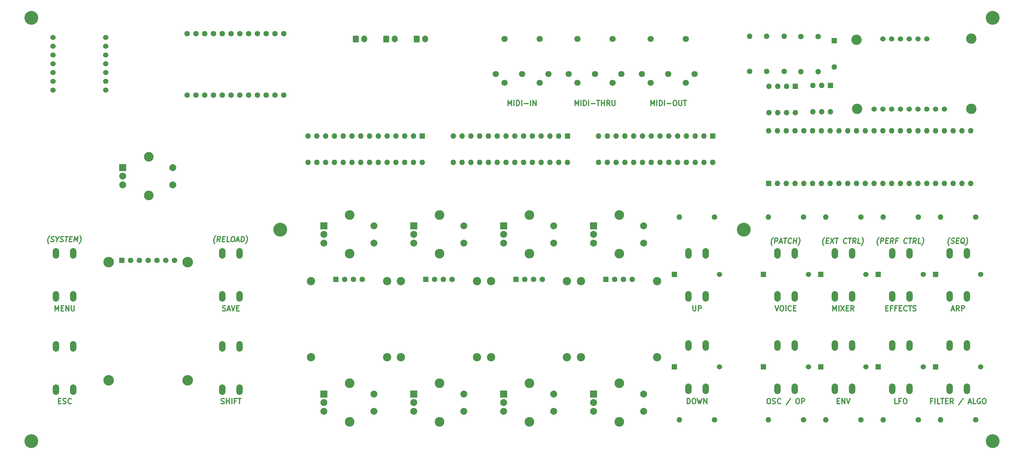
<source format=gbr>
%TF.GenerationSoftware,KiCad,Pcbnew,(5.1.9-0-10_14)*%
%TF.CreationDate,2021-03-17T11:34:05+01:00*%
%TF.ProjectId,xva1-ui,78766131-2d75-4692-9e6b-696361645f70,rev?*%
%TF.SameCoordinates,Original*%
%TF.FileFunction,Soldermask,Top*%
%TF.FilePolarity,Negative*%
%FSLAX46Y46*%
G04 Gerber Fmt 4.6, Leading zero omitted, Abs format (unit mm)*
G04 Created by KiCad (PCBNEW (5.1.9-0-10_14)) date 2021-03-17 11:34:05*
%MOMM*%
%LPD*%
G01*
G04 APERTURE LIST*
%ADD10C,0.300000*%
%ADD11C,4.000000*%
%ADD12O,1.600000X1.600000*%
%ADD13C,1.600000*%
%ADD14C,1.524000*%
%ADD15R,1.524000X1.524000*%
%ADD16O,1.850000X3.048000*%
%ADD17R,2.000000X2.000000*%
%ADD18C,2.000000*%
%ADD19C,2.800000*%
%ADD20C,1.800000*%
%ADD21C,2.400000*%
%ADD22R,1.600000X1.600000*%
%ADD23C,3.000000*%
%ADD24O,1.700000X2.000000*%
%ADD25C,3.048000*%
G04 APERTURE END LIST*
D10*
X15029642Y-89850000D02*
X14967142Y-89778571D01*
X14851071Y-89564285D01*
X14797500Y-89421428D01*
X14752857Y-89207142D01*
X14726071Y-88850000D01*
X14761785Y-88564285D01*
X14877857Y-88207142D01*
X14976071Y-87992857D01*
X15065357Y-87850000D01*
X15235000Y-87635714D01*
X15315357Y-87564285D01*
X15610000Y-89207142D02*
X15815357Y-89278571D01*
X16172500Y-89278571D01*
X16324285Y-89207142D01*
X16404642Y-89135714D01*
X16493928Y-88992857D01*
X16511785Y-88850000D01*
X16458214Y-88707142D01*
X16395714Y-88635714D01*
X16261785Y-88564285D01*
X15985000Y-88492857D01*
X15851071Y-88421428D01*
X15788571Y-88350000D01*
X15735000Y-88207142D01*
X15752857Y-88064285D01*
X15842142Y-87921428D01*
X15922500Y-87850000D01*
X16074285Y-87778571D01*
X16431428Y-87778571D01*
X16636785Y-87850000D01*
X17476071Y-88564285D02*
X17386785Y-89278571D01*
X17074285Y-87778571D02*
X17476071Y-88564285D01*
X18074285Y-87778571D01*
X18324285Y-89207142D02*
X18529642Y-89278571D01*
X18886785Y-89278571D01*
X19038571Y-89207142D01*
X19118928Y-89135714D01*
X19208214Y-88992857D01*
X19226071Y-88850000D01*
X19172500Y-88707142D01*
X19110000Y-88635714D01*
X18976071Y-88564285D01*
X18699285Y-88492857D01*
X18565357Y-88421428D01*
X18502857Y-88350000D01*
X18449285Y-88207142D01*
X18467142Y-88064285D01*
X18556428Y-87921428D01*
X18636785Y-87850000D01*
X18788571Y-87778571D01*
X19145714Y-87778571D01*
X19351071Y-87850000D01*
X19788571Y-87778571D02*
X20645714Y-87778571D01*
X20029642Y-89278571D02*
X20217142Y-87778571D01*
X21056428Y-88492857D02*
X21556428Y-88492857D01*
X21672500Y-89278571D02*
X20958214Y-89278571D01*
X21145714Y-87778571D01*
X21860000Y-87778571D01*
X22315357Y-89278571D02*
X22502857Y-87778571D01*
X22868928Y-88850000D01*
X23502857Y-87778571D01*
X23315357Y-89278571D01*
X23815357Y-89850000D02*
X23895714Y-89778571D01*
X24065357Y-89564285D01*
X24154642Y-89421428D01*
X24252857Y-89207142D01*
X24368928Y-88850000D01*
X24404642Y-88564285D01*
X24377857Y-88207142D01*
X24333214Y-87992857D01*
X24279642Y-87850000D01*
X24163571Y-87635714D01*
X24101071Y-87564285D01*
X276117857Y-108870000D02*
X276832142Y-108870000D01*
X275975000Y-109298571D02*
X276475000Y-107798571D01*
X276975000Y-109298571D01*
X278332142Y-109298571D02*
X277832142Y-108584285D01*
X277475000Y-109298571D02*
X277475000Y-107798571D01*
X278046428Y-107798571D01*
X278189285Y-107870000D01*
X278260714Y-107941428D01*
X278332142Y-108084285D01*
X278332142Y-108298571D01*
X278260714Y-108441428D01*
X278189285Y-108512857D01*
X278046428Y-108584285D01*
X277475000Y-108584285D01*
X278975000Y-109298571D02*
X278975000Y-107798571D01*
X279546428Y-107798571D01*
X279689285Y-107870000D01*
X279760714Y-107941428D01*
X279832142Y-108084285D01*
X279832142Y-108298571D01*
X279760714Y-108441428D01*
X279689285Y-108512857D01*
X279546428Y-108584285D01*
X278975000Y-108584285D01*
X225103571Y-107798571D02*
X225603571Y-109298571D01*
X226103571Y-107798571D01*
X226889285Y-107798571D02*
X227175000Y-107798571D01*
X227317857Y-107870000D01*
X227460714Y-108012857D01*
X227532142Y-108298571D01*
X227532142Y-108798571D01*
X227460714Y-109084285D01*
X227317857Y-109227142D01*
X227175000Y-109298571D01*
X226889285Y-109298571D01*
X226746428Y-109227142D01*
X226603571Y-109084285D01*
X226532142Y-108798571D01*
X226532142Y-108298571D01*
X226603571Y-108012857D01*
X226746428Y-107870000D01*
X226889285Y-107798571D01*
X228175000Y-109298571D02*
X228175000Y-107798571D01*
X229746428Y-109155714D02*
X229675000Y-109227142D01*
X229460714Y-109298571D01*
X229317857Y-109298571D01*
X229103571Y-109227142D01*
X228960714Y-109084285D01*
X228889285Y-108941428D01*
X228817857Y-108655714D01*
X228817857Y-108441428D01*
X228889285Y-108155714D01*
X228960714Y-108012857D01*
X229103571Y-107870000D01*
X229317857Y-107798571D01*
X229460714Y-107798571D01*
X229675000Y-107870000D01*
X229746428Y-107941428D01*
X230389285Y-108512857D02*
X230889285Y-108512857D01*
X231103571Y-109298571D02*
X230389285Y-109298571D01*
X230389285Y-107798571D01*
X231103571Y-107798571D01*
X241775000Y-109298571D02*
X241775000Y-107798571D01*
X242275000Y-108870000D01*
X242775000Y-107798571D01*
X242775000Y-109298571D01*
X243489285Y-109298571D02*
X243489285Y-107798571D01*
X244060714Y-107798571D02*
X245060714Y-109298571D01*
X245060714Y-107798571D02*
X244060714Y-109298571D01*
X245632142Y-108512857D02*
X246132142Y-108512857D01*
X246346428Y-109298571D02*
X245632142Y-109298571D01*
X245632142Y-107798571D01*
X246346428Y-107798571D01*
X247846428Y-109298571D02*
X247346428Y-108584285D01*
X246989285Y-109298571D02*
X246989285Y-107798571D01*
X247560714Y-107798571D01*
X247703571Y-107870000D01*
X247775000Y-107941428D01*
X247846428Y-108084285D01*
X247846428Y-108298571D01*
X247775000Y-108441428D01*
X247703571Y-108512857D01*
X247560714Y-108584285D01*
X246989285Y-108584285D01*
X270510714Y-135392857D02*
X270010714Y-135392857D01*
X270010714Y-136178571D02*
X270010714Y-134678571D01*
X270725000Y-134678571D01*
X271296428Y-136178571D02*
X271296428Y-134678571D01*
X272725000Y-136178571D02*
X272010714Y-136178571D01*
X272010714Y-134678571D01*
X273010714Y-134678571D02*
X273867857Y-134678571D01*
X273439285Y-136178571D02*
X273439285Y-134678571D01*
X274367857Y-135392857D02*
X274867857Y-135392857D01*
X275082142Y-136178571D02*
X274367857Y-136178571D01*
X274367857Y-134678571D01*
X275082142Y-134678571D01*
X276582142Y-136178571D02*
X276082142Y-135464285D01*
X275725000Y-136178571D02*
X275725000Y-134678571D01*
X276296428Y-134678571D01*
X276439285Y-134750000D01*
X276510714Y-134821428D01*
X276582142Y-134964285D01*
X276582142Y-135178571D01*
X276510714Y-135321428D01*
X276439285Y-135392857D01*
X276296428Y-135464285D01*
X275725000Y-135464285D01*
X279439285Y-134607142D02*
X278153571Y-136535714D01*
X281010714Y-135750000D02*
X281725000Y-135750000D01*
X280867857Y-136178571D02*
X281367857Y-134678571D01*
X281867857Y-136178571D01*
X283082142Y-136178571D02*
X282367857Y-136178571D01*
X282367857Y-134678571D01*
X284367857Y-134750000D02*
X284225000Y-134678571D01*
X284010714Y-134678571D01*
X283796428Y-134750000D01*
X283653571Y-134892857D01*
X283582142Y-135035714D01*
X283510714Y-135321428D01*
X283510714Y-135535714D01*
X283582142Y-135821428D01*
X283653571Y-135964285D01*
X283796428Y-136107142D01*
X284010714Y-136178571D01*
X284153571Y-136178571D01*
X284367857Y-136107142D01*
X284439285Y-136035714D01*
X284439285Y-135535714D01*
X284153571Y-135535714D01*
X285367857Y-134678571D02*
X285653571Y-134678571D01*
X285796428Y-134750000D01*
X285939285Y-134892857D01*
X286010714Y-135178571D01*
X286010714Y-135678571D01*
X285939285Y-135964285D01*
X285796428Y-136107142D01*
X285653571Y-136178571D01*
X285367857Y-136178571D01*
X285225000Y-136107142D01*
X285082142Y-135964285D01*
X285010714Y-135678571D01*
X285010714Y-135178571D01*
X285082142Y-134892857D01*
X285225000Y-134750000D01*
X285367857Y-134678571D01*
X254861785Y-90350000D02*
X254799285Y-90278571D01*
X254683214Y-90064285D01*
X254629642Y-89921428D01*
X254585000Y-89707142D01*
X254558214Y-89350000D01*
X254593928Y-89064285D01*
X254710000Y-88707142D01*
X254808214Y-88492857D01*
X254897500Y-88350000D01*
X255067142Y-88135714D01*
X255147500Y-88064285D01*
X255504642Y-89778571D02*
X255692142Y-88278571D01*
X256263571Y-88278571D01*
X256397500Y-88350000D01*
X256460000Y-88421428D01*
X256513571Y-88564285D01*
X256486785Y-88778571D01*
X256397500Y-88921428D01*
X256317142Y-88992857D01*
X256165357Y-89064285D01*
X255593928Y-89064285D01*
X257102857Y-88992857D02*
X257602857Y-88992857D01*
X257718928Y-89778571D02*
X257004642Y-89778571D01*
X257192142Y-88278571D01*
X257906428Y-88278571D01*
X259218928Y-89778571D02*
X258808214Y-89064285D01*
X258361785Y-89778571D02*
X258549285Y-88278571D01*
X259120714Y-88278571D01*
X259254642Y-88350000D01*
X259317142Y-88421428D01*
X259370714Y-88564285D01*
X259343928Y-88778571D01*
X259254642Y-88921428D01*
X259174285Y-88992857D01*
X259022500Y-89064285D01*
X258451071Y-89064285D01*
X260460000Y-88992857D02*
X259960000Y-88992857D01*
X259861785Y-89778571D02*
X260049285Y-88278571D01*
X260763571Y-88278571D01*
X263165357Y-89635714D02*
X263085000Y-89707142D01*
X262861785Y-89778571D01*
X262718928Y-89778571D01*
X262513571Y-89707142D01*
X262388571Y-89564285D01*
X262335000Y-89421428D01*
X262299285Y-89135714D01*
X262326071Y-88921428D01*
X262433214Y-88635714D01*
X262522500Y-88492857D01*
X262683214Y-88350000D01*
X262906428Y-88278571D01*
X263049285Y-88278571D01*
X263254642Y-88350000D01*
X263317142Y-88421428D01*
X263763571Y-88278571D02*
X264620714Y-88278571D01*
X264004642Y-89778571D02*
X264192142Y-88278571D01*
X265790357Y-89778571D02*
X265379642Y-89064285D01*
X264933214Y-89778571D02*
X265120714Y-88278571D01*
X265692142Y-88278571D01*
X265826071Y-88350000D01*
X265888571Y-88421428D01*
X265942142Y-88564285D01*
X265915357Y-88778571D01*
X265826071Y-88921428D01*
X265745714Y-88992857D01*
X265593928Y-89064285D01*
X265022500Y-89064285D01*
X267147500Y-89778571D02*
X266433214Y-89778571D01*
X266620714Y-88278571D01*
X267433214Y-90350000D02*
X267513571Y-90278571D01*
X267683214Y-90064285D01*
X267772500Y-89921428D01*
X267870714Y-89707142D01*
X267986785Y-89350000D01*
X268022500Y-89064285D01*
X267995714Y-88707142D01*
X267951071Y-88492857D01*
X267897500Y-88350000D01*
X267781428Y-88135714D01*
X267718928Y-88064285D01*
X199653571Y-136178571D02*
X199653571Y-134678571D01*
X200010714Y-134678571D01*
X200225000Y-134750000D01*
X200367857Y-134892857D01*
X200439285Y-135035714D01*
X200510714Y-135321428D01*
X200510714Y-135535714D01*
X200439285Y-135821428D01*
X200367857Y-135964285D01*
X200225000Y-136107142D01*
X200010714Y-136178571D01*
X199653571Y-136178571D01*
X201439285Y-134678571D02*
X201725000Y-134678571D01*
X201867857Y-134750000D01*
X202010714Y-134892857D01*
X202082142Y-135178571D01*
X202082142Y-135678571D01*
X202010714Y-135964285D01*
X201867857Y-136107142D01*
X201725000Y-136178571D01*
X201439285Y-136178571D01*
X201296428Y-136107142D01*
X201153571Y-135964285D01*
X201082142Y-135678571D01*
X201082142Y-135178571D01*
X201153571Y-134892857D01*
X201296428Y-134750000D01*
X201439285Y-134678571D01*
X202582142Y-134678571D02*
X202939285Y-136178571D01*
X203225000Y-135107142D01*
X203510714Y-136178571D01*
X203867857Y-134678571D01*
X204439285Y-136178571D02*
X204439285Y-134678571D01*
X205296428Y-136178571D01*
X205296428Y-134678571D01*
X201296428Y-107798571D02*
X201296428Y-109012857D01*
X201367857Y-109155714D01*
X201439285Y-109227142D01*
X201582142Y-109298571D01*
X201867857Y-109298571D01*
X202010714Y-109227142D01*
X202082142Y-109155714D01*
X202153571Y-109012857D01*
X202153571Y-107798571D01*
X202867857Y-109298571D02*
X202867857Y-107798571D01*
X203439285Y-107798571D01*
X203582142Y-107870000D01*
X203653571Y-107941428D01*
X203725000Y-108084285D01*
X203725000Y-108298571D01*
X203653571Y-108441428D01*
X203582142Y-108512857D01*
X203439285Y-108584285D01*
X202867857Y-108584285D01*
X257053571Y-108512857D02*
X257553571Y-108512857D01*
X257767857Y-109298571D02*
X257053571Y-109298571D01*
X257053571Y-107798571D01*
X257767857Y-107798571D01*
X258910714Y-108512857D02*
X258410714Y-108512857D01*
X258410714Y-109298571D02*
X258410714Y-107798571D01*
X259125000Y-107798571D01*
X260196428Y-108512857D02*
X259696428Y-108512857D01*
X259696428Y-109298571D02*
X259696428Y-107798571D01*
X260410714Y-107798571D01*
X260982142Y-108512857D02*
X261482142Y-108512857D01*
X261696428Y-109298571D02*
X260982142Y-109298571D01*
X260982142Y-107798571D01*
X261696428Y-107798571D01*
X263196428Y-109155714D02*
X263125000Y-109227142D01*
X262910714Y-109298571D01*
X262767857Y-109298571D01*
X262553571Y-109227142D01*
X262410714Y-109084285D01*
X262339285Y-108941428D01*
X262267857Y-108655714D01*
X262267857Y-108441428D01*
X262339285Y-108155714D01*
X262410714Y-108012857D01*
X262553571Y-107870000D01*
X262767857Y-107798571D01*
X262910714Y-107798571D01*
X263125000Y-107870000D01*
X263196428Y-107941428D01*
X263625000Y-107798571D02*
X264482142Y-107798571D01*
X264053571Y-109298571D02*
X264053571Y-107798571D01*
X264910714Y-109227142D02*
X265125000Y-109298571D01*
X265482142Y-109298571D01*
X265625000Y-109227142D01*
X265696428Y-109155714D01*
X265767857Y-109012857D01*
X265767857Y-108870000D01*
X265696428Y-108727142D01*
X265625000Y-108655714D01*
X265482142Y-108584285D01*
X265196428Y-108512857D01*
X265053571Y-108441428D01*
X264982142Y-108370000D01*
X264910714Y-108227142D01*
X264910714Y-108084285D01*
X264982142Y-107941428D01*
X265053571Y-107870000D01*
X265196428Y-107798571D01*
X265553571Y-107798571D01*
X265767857Y-107870000D01*
X224233214Y-90350000D02*
X224170714Y-90278571D01*
X224054642Y-90064285D01*
X224001071Y-89921428D01*
X223956428Y-89707142D01*
X223929642Y-89350000D01*
X223965357Y-89064285D01*
X224081428Y-88707142D01*
X224179642Y-88492857D01*
X224268928Y-88350000D01*
X224438571Y-88135714D01*
X224518928Y-88064285D01*
X224876071Y-89778571D02*
X225063571Y-88278571D01*
X225635000Y-88278571D01*
X225768928Y-88350000D01*
X225831428Y-88421428D01*
X225885000Y-88564285D01*
X225858214Y-88778571D01*
X225768928Y-88921428D01*
X225688571Y-88992857D01*
X225536785Y-89064285D01*
X224965357Y-89064285D01*
X226358214Y-89350000D02*
X227072500Y-89350000D01*
X226161785Y-89778571D02*
X226849285Y-88278571D01*
X227161785Y-89778571D01*
X227635000Y-88278571D02*
X228492142Y-88278571D01*
X227876071Y-89778571D02*
X228063571Y-88278571D01*
X229679642Y-89635714D02*
X229599285Y-89707142D01*
X229376071Y-89778571D01*
X229233214Y-89778571D01*
X229027857Y-89707142D01*
X228902857Y-89564285D01*
X228849285Y-89421428D01*
X228813571Y-89135714D01*
X228840357Y-88921428D01*
X228947500Y-88635714D01*
X229036785Y-88492857D01*
X229197500Y-88350000D01*
X229420714Y-88278571D01*
X229563571Y-88278571D01*
X229768928Y-88350000D01*
X229831428Y-88421428D01*
X230304642Y-89778571D02*
X230492142Y-88278571D01*
X230402857Y-88992857D02*
X231260000Y-88992857D01*
X231161785Y-89778571D02*
X231349285Y-88278571D01*
X231661785Y-90350000D02*
X231742142Y-90278571D01*
X231911785Y-90064285D01*
X232001071Y-89921428D01*
X232099285Y-89707142D01*
X232215357Y-89350000D01*
X232251071Y-89064285D01*
X232224285Y-88707142D01*
X232179642Y-88492857D01*
X232126071Y-88350000D01*
X232010000Y-88135714D01*
X231947500Y-88064285D01*
X239118928Y-90350000D02*
X239056428Y-90278571D01*
X238940357Y-90064285D01*
X238886785Y-89921428D01*
X238842142Y-89707142D01*
X238815357Y-89350000D01*
X238851071Y-89064285D01*
X238967142Y-88707142D01*
X239065357Y-88492857D01*
X239154642Y-88350000D01*
X239324285Y-88135714D01*
X239404642Y-88064285D01*
X239860000Y-88992857D02*
X240360000Y-88992857D01*
X240476071Y-89778571D02*
X239761785Y-89778571D01*
X239949285Y-88278571D01*
X240663571Y-88278571D01*
X241163571Y-88278571D02*
X241976071Y-89778571D01*
X242163571Y-88278571D02*
X240976071Y-89778571D01*
X242520714Y-88278571D02*
X243377857Y-88278571D01*
X242761785Y-89778571D02*
X242949285Y-88278571D01*
X245708214Y-89635714D02*
X245627857Y-89707142D01*
X245404642Y-89778571D01*
X245261785Y-89778571D01*
X245056428Y-89707142D01*
X244931428Y-89564285D01*
X244877857Y-89421428D01*
X244842142Y-89135714D01*
X244868928Y-88921428D01*
X244976071Y-88635714D01*
X245065357Y-88492857D01*
X245226071Y-88350000D01*
X245449285Y-88278571D01*
X245592142Y-88278571D01*
X245797500Y-88350000D01*
X245860000Y-88421428D01*
X246306428Y-88278571D02*
X247163571Y-88278571D01*
X246547500Y-89778571D02*
X246735000Y-88278571D01*
X248333214Y-89778571D02*
X247922500Y-89064285D01*
X247476071Y-89778571D02*
X247663571Y-88278571D01*
X248235000Y-88278571D01*
X248368928Y-88350000D01*
X248431428Y-88421428D01*
X248485000Y-88564285D01*
X248458214Y-88778571D01*
X248368928Y-88921428D01*
X248288571Y-88992857D01*
X248136785Y-89064285D01*
X247565357Y-89064285D01*
X249690357Y-89778571D02*
X248976071Y-89778571D01*
X249163571Y-88278571D01*
X249976071Y-90350000D02*
X250056428Y-90278571D01*
X250226071Y-90064285D01*
X250315357Y-89921428D01*
X250413571Y-89707142D01*
X250529642Y-89350000D01*
X250565357Y-89064285D01*
X250538571Y-88707142D01*
X250493928Y-88492857D01*
X250440357Y-88350000D01*
X250324285Y-88135714D01*
X250261785Y-88064285D01*
X223103571Y-134678571D02*
X223389285Y-134678571D01*
X223532142Y-134750000D01*
X223675000Y-134892857D01*
X223746428Y-135178571D01*
X223746428Y-135678571D01*
X223675000Y-135964285D01*
X223532142Y-136107142D01*
X223389285Y-136178571D01*
X223103571Y-136178571D01*
X222960714Y-136107142D01*
X222817857Y-135964285D01*
X222746428Y-135678571D01*
X222746428Y-135178571D01*
X222817857Y-134892857D01*
X222960714Y-134750000D01*
X223103571Y-134678571D01*
X224317857Y-136107142D02*
X224532142Y-136178571D01*
X224889285Y-136178571D01*
X225032142Y-136107142D01*
X225103571Y-136035714D01*
X225175000Y-135892857D01*
X225175000Y-135750000D01*
X225103571Y-135607142D01*
X225032142Y-135535714D01*
X224889285Y-135464285D01*
X224603571Y-135392857D01*
X224460714Y-135321428D01*
X224389285Y-135250000D01*
X224317857Y-135107142D01*
X224317857Y-134964285D01*
X224389285Y-134821428D01*
X224460714Y-134750000D01*
X224603571Y-134678571D01*
X224960714Y-134678571D01*
X225175000Y-134750000D01*
X226675000Y-136035714D02*
X226603571Y-136107142D01*
X226389285Y-136178571D01*
X226246428Y-136178571D01*
X226032142Y-136107142D01*
X225889285Y-135964285D01*
X225817857Y-135821428D01*
X225746428Y-135535714D01*
X225746428Y-135321428D01*
X225817857Y-135035714D01*
X225889285Y-134892857D01*
X226032142Y-134750000D01*
X226246428Y-134678571D01*
X226389285Y-134678571D01*
X226603571Y-134750000D01*
X226675000Y-134821428D01*
X229532142Y-134607142D02*
X228246428Y-136535714D01*
X231460714Y-134678571D02*
X231746428Y-134678571D01*
X231889285Y-134750000D01*
X232032142Y-134892857D01*
X232103571Y-135178571D01*
X232103571Y-135678571D01*
X232032142Y-135964285D01*
X231889285Y-136107142D01*
X231746428Y-136178571D01*
X231460714Y-136178571D01*
X231317857Y-136107142D01*
X231175000Y-135964285D01*
X231103571Y-135678571D01*
X231103571Y-135178571D01*
X231175000Y-134892857D01*
X231317857Y-134750000D01*
X231460714Y-134678571D01*
X232746428Y-136178571D02*
X232746428Y-134678571D01*
X233317857Y-134678571D01*
X233460714Y-134750000D01*
X233532142Y-134821428D01*
X233603571Y-134964285D01*
X233603571Y-135178571D01*
X233532142Y-135321428D01*
X233460714Y-135392857D01*
X233317857Y-135464285D01*
X232746428Y-135464285D01*
X199653571Y-136178571D02*
X199653571Y-134678571D01*
X200010714Y-134678571D01*
X200225000Y-134750000D01*
X200367857Y-134892857D01*
X200439285Y-135035714D01*
X200510714Y-135321428D01*
X200510714Y-135535714D01*
X200439285Y-135821428D01*
X200367857Y-135964285D01*
X200225000Y-136107142D01*
X200010714Y-136178571D01*
X199653571Y-136178571D01*
X201439285Y-134678571D02*
X201725000Y-134678571D01*
X201867857Y-134750000D01*
X202010714Y-134892857D01*
X202082142Y-135178571D01*
X202082142Y-135678571D01*
X202010714Y-135964285D01*
X201867857Y-136107142D01*
X201725000Y-136178571D01*
X201439285Y-136178571D01*
X201296428Y-136107142D01*
X201153571Y-135964285D01*
X201082142Y-135678571D01*
X201082142Y-135178571D01*
X201153571Y-134892857D01*
X201296428Y-134750000D01*
X201439285Y-134678571D01*
X202582142Y-134678571D02*
X202939285Y-136178571D01*
X203225000Y-135107142D01*
X203510714Y-136178571D01*
X203867857Y-134678571D01*
X204439285Y-136178571D02*
X204439285Y-134678571D01*
X205296428Y-136178571D01*
X205296428Y-134678571D01*
X201296428Y-107798571D02*
X201296428Y-109012857D01*
X201367857Y-109155714D01*
X201439285Y-109227142D01*
X201582142Y-109298571D01*
X201867857Y-109298571D01*
X202010714Y-109227142D01*
X202082142Y-109155714D01*
X202153571Y-109012857D01*
X202153571Y-107798571D01*
X202867857Y-109298571D02*
X202867857Y-107798571D01*
X203439285Y-107798571D01*
X203582142Y-107870000D01*
X203653571Y-107941428D01*
X203725000Y-108084285D01*
X203725000Y-108298571D01*
X203653571Y-108441428D01*
X203582142Y-108512857D01*
X203439285Y-108584285D01*
X202867857Y-108584285D01*
X260410714Y-136178571D02*
X259696428Y-136178571D01*
X259696428Y-134678571D01*
X261410714Y-135392857D02*
X260910714Y-135392857D01*
X260910714Y-136178571D02*
X260910714Y-134678571D01*
X261625000Y-134678571D01*
X262482142Y-134678571D02*
X262767857Y-134678571D01*
X262910714Y-134750000D01*
X263053571Y-134892857D01*
X263125000Y-135178571D01*
X263125000Y-135678571D01*
X263053571Y-135964285D01*
X262910714Y-136107142D01*
X262767857Y-136178571D01*
X262482142Y-136178571D01*
X262339285Y-136107142D01*
X262196428Y-135964285D01*
X262125000Y-135678571D01*
X262125000Y-135178571D01*
X262196428Y-134892857D01*
X262339285Y-134750000D01*
X262482142Y-134678571D01*
X243025000Y-135392857D02*
X243525000Y-135392857D01*
X243739285Y-136178571D02*
X243025000Y-136178571D01*
X243025000Y-134678571D01*
X243739285Y-134678571D01*
X244382142Y-136178571D02*
X244382142Y-134678571D01*
X245239285Y-136178571D01*
X245239285Y-134678571D01*
X245739285Y-134678571D02*
X246239285Y-136178571D01*
X246739285Y-134678571D01*
X275354642Y-90350000D02*
X275292142Y-90278571D01*
X275176071Y-90064285D01*
X275122500Y-89921428D01*
X275077857Y-89707142D01*
X275051071Y-89350000D01*
X275086785Y-89064285D01*
X275202857Y-88707142D01*
X275301071Y-88492857D01*
X275390357Y-88350000D01*
X275560000Y-88135714D01*
X275640357Y-88064285D01*
X275935000Y-89707142D02*
X276140357Y-89778571D01*
X276497500Y-89778571D01*
X276649285Y-89707142D01*
X276729642Y-89635714D01*
X276818928Y-89492857D01*
X276836785Y-89350000D01*
X276783214Y-89207142D01*
X276720714Y-89135714D01*
X276586785Y-89064285D01*
X276310000Y-88992857D01*
X276176071Y-88921428D01*
X276113571Y-88850000D01*
X276060000Y-88707142D01*
X276077857Y-88564285D01*
X276167142Y-88421428D01*
X276247500Y-88350000D01*
X276399285Y-88278571D01*
X276756428Y-88278571D01*
X276961785Y-88350000D01*
X277524285Y-88992857D02*
X278024285Y-88992857D01*
X278140357Y-89778571D02*
X277426071Y-89778571D01*
X277613571Y-88278571D01*
X278327857Y-88278571D01*
X279765357Y-89921428D02*
X279631428Y-89850000D01*
X279506428Y-89707142D01*
X279318928Y-89492857D01*
X279185000Y-89421428D01*
X279042142Y-89421428D01*
X279068928Y-89778571D02*
X278935000Y-89707142D01*
X278810000Y-89564285D01*
X278774285Y-89278571D01*
X278836785Y-88778571D01*
X278943928Y-88492857D01*
X279104642Y-88350000D01*
X279256428Y-88278571D01*
X279542142Y-88278571D01*
X279676071Y-88350000D01*
X279801071Y-88492857D01*
X279836785Y-88778571D01*
X279774285Y-89278571D01*
X279667142Y-89564285D01*
X279506428Y-89707142D01*
X279354642Y-89778571D01*
X279068928Y-89778571D01*
X280140357Y-90350000D02*
X280220714Y-90278571D01*
X280390357Y-90064285D01*
X280479642Y-89921428D01*
X280577857Y-89707142D01*
X280693928Y-89350000D01*
X280729642Y-89064285D01*
X280702857Y-88707142D01*
X280658214Y-88492857D01*
X280604642Y-88350000D01*
X280488571Y-88135714D01*
X280426071Y-88064285D01*
X63043928Y-89850000D02*
X62981428Y-89778571D01*
X62865357Y-89564285D01*
X62811785Y-89421428D01*
X62767142Y-89207142D01*
X62740357Y-88850000D01*
X62776071Y-88564285D01*
X62892142Y-88207142D01*
X62990357Y-87992857D01*
X63079642Y-87850000D01*
X63249285Y-87635714D01*
X63329642Y-87564285D01*
X64543928Y-89278571D02*
X64133214Y-88564285D01*
X63686785Y-89278571D02*
X63874285Y-87778571D01*
X64445714Y-87778571D01*
X64579642Y-87850000D01*
X64642142Y-87921428D01*
X64695714Y-88064285D01*
X64668928Y-88278571D01*
X64579642Y-88421428D01*
X64499285Y-88492857D01*
X64347500Y-88564285D01*
X63776071Y-88564285D01*
X65285000Y-88492857D02*
X65785000Y-88492857D01*
X65901071Y-89278571D02*
X65186785Y-89278571D01*
X65374285Y-87778571D01*
X66088571Y-87778571D01*
X67258214Y-89278571D02*
X66543928Y-89278571D01*
X66731428Y-87778571D01*
X68231428Y-87778571D02*
X68517142Y-87778571D01*
X68651071Y-87850000D01*
X68776071Y-87992857D01*
X68811785Y-88278571D01*
X68749285Y-88778571D01*
X68642142Y-89064285D01*
X68481428Y-89207142D01*
X68329642Y-89278571D01*
X68043928Y-89278571D01*
X67910000Y-89207142D01*
X67785000Y-89064285D01*
X67749285Y-88778571D01*
X67811785Y-88278571D01*
X67918928Y-87992857D01*
X68079642Y-87850000D01*
X68231428Y-87778571D01*
X69311785Y-88850000D02*
X70026071Y-88850000D01*
X69115357Y-89278571D02*
X69802857Y-87778571D01*
X70115357Y-89278571D01*
X70615357Y-89278571D02*
X70802857Y-87778571D01*
X71160000Y-87778571D01*
X71365357Y-87850000D01*
X71490357Y-87992857D01*
X71543928Y-88135714D01*
X71579642Y-88421428D01*
X71552857Y-88635714D01*
X71445714Y-88921428D01*
X71356428Y-89064285D01*
X71195714Y-89207142D01*
X70972500Y-89278571D01*
X70615357Y-89278571D01*
X71901071Y-89850000D02*
X71981428Y-89778571D01*
X72151071Y-89564285D01*
X72240357Y-89421428D01*
X72338571Y-89207142D01*
X72454642Y-88850000D01*
X72490357Y-88564285D01*
X72463571Y-88207142D01*
X72418928Y-87992857D01*
X72365357Y-87850000D01*
X72249285Y-87635714D01*
X72186785Y-87564285D01*
X16900000Y-109298571D02*
X16900000Y-107798571D01*
X17400000Y-108870000D01*
X17900000Y-107798571D01*
X17900000Y-109298571D01*
X18614285Y-108512857D02*
X19114285Y-108512857D01*
X19328571Y-109298571D02*
X18614285Y-109298571D01*
X18614285Y-107798571D01*
X19328571Y-107798571D01*
X19971428Y-109298571D02*
X19971428Y-107798571D01*
X20828571Y-109298571D01*
X20828571Y-107798571D01*
X21542857Y-107798571D02*
X21542857Y-109012857D01*
X21614285Y-109155714D01*
X21685714Y-109227142D01*
X21828571Y-109298571D01*
X22114285Y-109298571D01*
X22257142Y-109227142D01*
X22328571Y-109155714D01*
X22400000Y-109012857D01*
X22400000Y-107798571D01*
X65307142Y-109227142D02*
X65521428Y-109298571D01*
X65878571Y-109298571D01*
X66021428Y-109227142D01*
X66092857Y-109155714D01*
X66164285Y-109012857D01*
X66164285Y-108870000D01*
X66092857Y-108727142D01*
X66021428Y-108655714D01*
X65878571Y-108584285D01*
X65592857Y-108512857D01*
X65450000Y-108441428D01*
X65378571Y-108370000D01*
X65307142Y-108227142D01*
X65307142Y-108084285D01*
X65378571Y-107941428D01*
X65450000Y-107870000D01*
X65592857Y-107798571D01*
X65950000Y-107798571D01*
X66164285Y-107870000D01*
X66735714Y-108870000D02*
X67450000Y-108870000D01*
X66592857Y-109298571D02*
X67092857Y-107798571D01*
X67592857Y-109298571D01*
X67878571Y-107798571D02*
X68378571Y-109298571D01*
X68878571Y-107798571D01*
X69378571Y-108512857D02*
X69878571Y-108512857D01*
X70092857Y-109298571D02*
X69378571Y-109298571D01*
X69378571Y-107798571D01*
X70092857Y-107798571D01*
X64914285Y-136107142D02*
X65128571Y-136178571D01*
X65485714Y-136178571D01*
X65628571Y-136107142D01*
X65700000Y-136035714D01*
X65771428Y-135892857D01*
X65771428Y-135750000D01*
X65700000Y-135607142D01*
X65628571Y-135535714D01*
X65485714Y-135464285D01*
X65200000Y-135392857D01*
X65057142Y-135321428D01*
X64985714Y-135250000D01*
X64914285Y-135107142D01*
X64914285Y-134964285D01*
X64985714Y-134821428D01*
X65057142Y-134750000D01*
X65200000Y-134678571D01*
X65557142Y-134678571D01*
X65771428Y-134750000D01*
X66414285Y-136178571D02*
X66414285Y-134678571D01*
X66414285Y-135392857D02*
X67271428Y-135392857D01*
X67271428Y-136178571D02*
X67271428Y-134678571D01*
X67985714Y-136178571D02*
X67985714Y-134678571D01*
X69200000Y-135392857D02*
X68700000Y-135392857D01*
X68700000Y-136178571D02*
X68700000Y-134678571D01*
X69414285Y-134678571D01*
X69771428Y-134678571D02*
X70628571Y-134678571D01*
X70200000Y-136178571D02*
X70200000Y-134678571D01*
X17864285Y-135392857D02*
X18364285Y-135392857D01*
X18578571Y-136178571D02*
X17864285Y-136178571D01*
X17864285Y-134678571D01*
X18578571Y-134678571D01*
X19150000Y-136107142D02*
X19364285Y-136178571D01*
X19721428Y-136178571D01*
X19864285Y-136107142D01*
X19935714Y-136035714D01*
X20007142Y-135892857D01*
X20007142Y-135750000D01*
X19935714Y-135607142D01*
X19864285Y-135535714D01*
X19721428Y-135464285D01*
X19435714Y-135392857D01*
X19292857Y-135321428D01*
X19221428Y-135250000D01*
X19150000Y-135107142D01*
X19150000Y-134964285D01*
X19221428Y-134821428D01*
X19292857Y-134750000D01*
X19435714Y-134678571D01*
X19792857Y-134678571D01*
X20007142Y-134750000D01*
X21507142Y-136035714D02*
X21435714Y-136107142D01*
X21221428Y-136178571D01*
X21078571Y-136178571D01*
X20864285Y-136107142D01*
X20721428Y-135964285D01*
X20650000Y-135821428D01*
X20578571Y-135535714D01*
X20578571Y-135321428D01*
X20650000Y-135035714D01*
X20721428Y-134892857D01*
X20864285Y-134750000D01*
X21078571Y-134678571D01*
X21221428Y-134678571D01*
X21435714Y-134750000D01*
X21507142Y-134821428D01*
X189164285Y-49878571D02*
X189164285Y-48378571D01*
X189664285Y-49450000D01*
X190164285Y-48378571D01*
X190164285Y-49878571D01*
X190878571Y-49878571D02*
X190878571Y-48378571D01*
X191592857Y-49878571D02*
X191592857Y-48378571D01*
X191950000Y-48378571D01*
X192164285Y-48450000D01*
X192307142Y-48592857D01*
X192378571Y-48735714D01*
X192450000Y-49021428D01*
X192450000Y-49235714D01*
X192378571Y-49521428D01*
X192307142Y-49664285D01*
X192164285Y-49807142D01*
X191950000Y-49878571D01*
X191592857Y-49878571D01*
X193092857Y-49878571D02*
X193092857Y-48378571D01*
X193807142Y-49307142D02*
X194950000Y-49307142D01*
X195950000Y-48378571D02*
X196235714Y-48378571D01*
X196378571Y-48450000D01*
X196521428Y-48592857D01*
X196592857Y-48878571D01*
X196592857Y-49378571D01*
X196521428Y-49664285D01*
X196378571Y-49807142D01*
X196235714Y-49878571D01*
X195950000Y-49878571D01*
X195807142Y-49807142D01*
X195664285Y-49664285D01*
X195592857Y-49378571D01*
X195592857Y-48878571D01*
X195664285Y-48592857D01*
X195807142Y-48450000D01*
X195950000Y-48378571D01*
X197235714Y-48378571D02*
X197235714Y-49592857D01*
X197307142Y-49735714D01*
X197378571Y-49807142D01*
X197521428Y-49878571D01*
X197807142Y-49878571D01*
X197950000Y-49807142D01*
X198021428Y-49735714D01*
X198092857Y-49592857D01*
X198092857Y-48378571D01*
X198592857Y-48378571D02*
X199450000Y-48378571D01*
X199021428Y-49878571D02*
X199021428Y-48378571D01*
X147864285Y-49878571D02*
X147864285Y-48378571D01*
X148364285Y-49450000D01*
X148864285Y-48378571D01*
X148864285Y-49878571D01*
X149578571Y-49878571D02*
X149578571Y-48378571D01*
X150292857Y-49878571D02*
X150292857Y-48378571D01*
X150650000Y-48378571D01*
X150864285Y-48450000D01*
X151007142Y-48592857D01*
X151078571Y-48735714D01*
X151150000Y-49021428D01*
X151150000Y-49235714D01*
X151078571Y-49521428D01*
X151007142Y-49664285D01*
X150864285Y-49807142D01*
X150650000Y-49878571D01*
X150292857Y-49878571D01*
X151792857Y-49878571D02*
X151792857Y-48378571D01*
X152507142Y-49307142D02*
X153650000Y-49307142D01*
X154364285Y-49878571D02*
X154364285Y-48378571D01*
X155078571Y-49878571D02*
X155078571Y-48378571D01*
X155935714Y-49878571D01*
X155935714Y-48378571D01*
X167214285Y-49878571D02*
X167214285Y-48378571D01*
X167714285Y-49450000D01*
X168214285Y-48378571D01*
X168214285Y-49878571D01*
X168928571Y-49878571D02*
X168928571Y-48378571D01*
X169642857Y-49878571D02*
X169642857Y-48378571D01*
X170000000Y-48378571D01*
X170214285Y-48450000D01*
X170357142Y-48592857D01*
X170428571Y-48735714D01*
X170500000Y-49021428D01*
X170500000Y-49235714D01*
X170428571Y-49521428D01*
X170357142Y-49664285D01*
X170214285Y-49807142D01*
X170000000Y-49878571D01*
X169642857Y-49878571D01*
X171142857Y-49878571D02*
X171142857Y-48378571D01*
X171857142Y-49307142D02*
X173000000Y-49307142D01*
X173500000Y-48378571D02*
X174357142Y-48378571D01*
X173928571Y-49878571D02*
X173928571Y-48378571D01*
X174857142Y-49878571D02*
X174857142Y-48378571D01*
X174857142Y-49092857D02*
X175714285Y-49092857D01*
X175714285Y-49878571D02*
X175714285Y-48378571D01*
X177285714Y-49878571D02*
X176785714Y-49164285D01*
X176428571Y-49878571D02*
X176428571Y-48378571D01*
X177000000Y-48378571D01*
X177142857Y-48450000D01*
X177214285Y-48521428D01*
X177285714Y-48664285D01*
X177285714Y-48878571D01*
X177214285Y-49021428D01*
X177142857Y-49092857D01*
X177000000Y-49164285D01*
X176428571Y-49164285D01*
X177928571Y-48378571D02*
X177928571Y-49592857D01*
X178000000Y-49735714D01*
X178071428Y-49807142D01*
X178214285Y-49878571D01*
X178500000Y-49878571D01*
X178642857Y-49807142D01*
X178714285Y-49735714D01*
X178785714Y-49592857D01*
X178785714Y-48378571D01*
X199653571Y-136178571D02*
X199653571Y-134678571D01*
X200010714Y-134678571D01*
X200225000Y-134750000D01*
X200367857Y-134892857D01*
X200439285Y-135035714D01*
X200510714Y-135321428D01*
X200510714Y-135535714D01*
X200439285Y-135821428D01*
X200367857Y-135964285D01*
X200225000Y-136107142D01*
X200010714Y-136178571D01*
X199653571Y-136178571D01*
X201439285Y-134678571D02*
X201725000Y-134678571D01*
X201867857Y-134750000D01*
X202010714Y-134892857D01*
X202082142Y-135178571D01*
X202082142Y-135678571D01*
X202010714Y-135964285D01*
X201867857Y-136107142D01*
X201725000Y-136178571D01*
X201439285Y-136178571D01*
X201296428Y-136107142D01*
X201153571Y-135964285D01*
X201082142Y-135678571D01*
X201082142Y-135178571D01*
X201153571Y-134892857D01*
X201296428Y-134750000D01*
X201439285Y-134678571D01*
X202582142Y-134678571D02*
X202939285Y-136178571D01*
X203225000Y-135107142D01*
X203510714Y-136178571D01*
X203867857Y-134678571D01*
X204439285Y-136178571D02*
X204439285Y-134678571D01*
X205296428Y-136178571D01*
X205296428Y-134678571D01*
X201296428Y-107798571D02*
X201296428Y-109012857D01*
X201367857Y-109155714D01*
X201439285Y-109227142D01*
X201582142Y-109298571D01*
X201867857Y-109298571D01*
X202010714Y-109227142D01*
X202082142Y-109155714D01*
X202153571Y-109012857D01*
X202153571Y-107798571D01*
X202867857Y-109298571D02*
X202867857Y-107798571D01*
X203439285Y-107798571D01*
X203582142Y-107870000D01*
X203653571Y-107941428D01*
X203725000Y-108084285D01*
X203725000Y-108298571D01*
X203653571Y-108441428D01*
X203582142Y-108512857D01*
X203439285Y-108584285D01*
X202867857Y-108584285D01*
D11*
%TO.C,REF\u002A\u002A*%
X82000000Y-85750000D03*
%TD*%
%TO.C,REF\u002A\u002A*%
X216000000Y-85750000D03*
%TD*%
%TO.C,REF\u002A\u002A*%
X288000000Y-147000000D03*
%TD*%
%TO.C,REF\u002A\u002A*%
X288000000Y-24500000D03*
%TD*%
%TO.C,REF\u002A\u002A*%
X10000000Y-24500000D03*
%TD*%
%TO.C,REF\u002A\u002A*%
X10000000Y-147000000D03*
%TD*%
D12*
%TO.C,R7*%
X197395000Y-140850000D03*
D13*
X207555000Y-140850000D03*
%TD*%
D12*
%TO.C,R6*%
X197395000Y-82150000D03*
D13*
X207555000Y-82150000D03*
%TD*%
D12*
%TO.C,R9*%
X239695000Y-82150000D03*
D13*
X249855000Y-82150000D03*
%TD*%
D12*
%TO.C,R10*%
X256295000Y-82150000D03*
D13*
X266455000Y-82150000D03*
%TD*%
D12*
%TO.C,R11*%
X272895000Y-82150000D03*
D13*
X283055000Y-82150000D03*
%TD*%
D12*
%TO.C,R15*%
X272895000Y-140850000D03*
D13*
X283055000Y-140850000D03*
%TD*%
D12*
%TO.C,R14*%
X256295000Y-140850000D03*
D13*
X266455000Y-140850000D03*
%TD*%
D12*
%TO.C,R13*%
X239695000Y-140850000D03*
D13*
X249855000Y-140850000D03*
%TD*%
D12*
%TO.C,R12*%
X223095000Y-140850000D03*
D13*
X233255000Y-140850000D03*
%TD*%
D12*
%TO.C,R8*%
X223095000Y-82150000D03*
D13*
X233255000Y-82150000D03*
%TD*%
D14*
%TO.C,SW22*%
X284475000Y-125490000D03*
D15*
X271475000Y-125470000D03*
D16*
X280500000Y-131830000D03*
X275500000Y-131830000D03*
X280500000Y-119330000D03*
X275500000Y-119330000D03*
%TD*%
D14*
%TO.C,SW18*%
X284475000Y-98775000D03*
D15*
X271475000Y-98755000D03*
D16*
X280500000Y-105115000D03*
X275500000Y-105115000D03*
X280500000Y-92615000D03*
X275500000Y-92615000D03*
%TD*%
D14*
%TO.C,SW21*%
X267875000Y-125490000D03*
D15*
X254875000Y-125470000D03*
D16*
X263900000Y-131830000D03*
X258900000Y-131830000D03*
X263900000Y-119330000D03*
X258900000Y-119330000D03*
%TD*%
D14*
%TO.C,SW20*%
X251275000Y-125490000D03*
D15*
X238275000Y-125470000D03*
D16*
X247300000Y-131830000D03*
X242300000Y-131830000D03*
X247300000Y-119330000D03*
X242300000Y-119330000D03*
%TD*%
D14*
%TO.C,SW19*%
X234675000Y-125490000D03*
D15*
X221675000Y-125470000D03*
D16*
X230700000Y-131830000D03*
X225700000Y-131830000D03*
X230700000Y-119330000D03*
X225700000Y-119330000D03*
%TD*%
D14*
%TO.C,SW17*%
X267875000Y-98775000D03*
D15*
X254875000Y-98755000D03*
D16*
X263900000Y-105115000D03*
X258900000Y-105115000D03*
X263900000Y-92615000D03*
X258900000Y-92615000D03*
%TD*%
D14*
%TO.C,SW16*%
X251275000Y-98775000D03*
D15*
X238275000Y-98755000D03*
D16*
X247300000Y-105115000D03*
X242300000Y-105115000D03*
X247300000Y-92615000D03*
X242300000Y-92615000D03*
%TD*%
D14*
%TO.C,SW15*%
X234675000Y-98775000D03*
D15*
X221675000Y-98755000D03*
D16*
X230700000Y-105115000D03*
X225700000Y-105115000D03*
X230700000Y-92615000D03*
X225700000Y-92615000D03*
%TD*%
D14*
%TO.C,SW14*%
X208975000Y-125490000D03*
D15*
X195975000Y-125470000D03*
D16*
X205000000Y-131830000D03*
X200000000Y-131830000D03*
X205000000Y-119330000D03*
X200000000Y-119330000D03*
%TD*%
D14*
%TO.C,SW13*%
X208975000Y-98775000D03*
D15*
X195975000Y-98755000D03*
D16*
X205000000Y-105115000D03*
X200000000Y-105115000D03*
X205000000Y-92615000D03*
X200000000Y-92615000D03*
%TD*%
D17*
%TO.C,SW8*%
X172555000Y-133350000D03*
D18*
X172555000Y-135850000D03*
X172555000Y-138350000D03*
D19*
X180055000Y-130250000D03*
X180055000Y-141450000D03*
D18*
X187055000Y-133350000D03*
X187055000Y-138350000D03*
%TD*%
D17*
%TO.C,SW6*%
X146555000Y-133350000D03*
D18*
X146555000Y-135850000D03*
X146555000Y-138350000D03*
D19*
X154055000Y-130250000D03*
X154055000Y-141450000D03*
D18*
X161055000Y-133350000D03*
X161055000Y-138350000D03*
%TD*%
D17*
%TO.C,SW4*%
X120555000Y-133350000D03*
D18*
X120555000Y-135850000D03*
X120555000Y-138350000D03*
D19*
X128055000Y-130250000D03*
X128055000Y-141450000D03*
D18*
X135055000Y-133350000D03*
X135055000Y-138350000D03*
%TD*%
D17*
%TO.C,SW2*%
X94555000Y-133350000D03*
D18*
X94555000Y-135850000D03*
X94555000Y-138350000D03*
D19*
X102055000Y-130250000D03*
X102055000Y-141450000D03*
D18*
X109055000Y-133350000D03*
X109055000Y-138350000D03*
%TD*%
D17*
%TO.C,SW7*%
X172555000Y-84650000D03*
D18*
X172555000Y-87150000D03*
X172555000Y-89650000D03*
D19*
X180055000Y-81550000D03*
X180055000Y-92750000D03*
D18*
X187055000Y-84650000D03*
X187055000Y-89650000D03*
%TD*%
D17*
%TO.C,SW5*%
X146555000Y-84650000D03*
D18*
X146555000Y-87150000D03*
X146555000Y-89650000D03*
D19*
X154055000Y-81550000D03*
X154055000Y-92750000D03*
D18*
X161055000Y-84650000D03*
X161055000Y-89650000D03*
%TD*%
D17*
%TO.C,SW3*%
X120555000Y-84650000D03*
D18*
X120555000Y-87150000D03*
X120555000Y-89650000D03*
D19*
X128055000Y-81550000D03*
X128055000Y-92750000D03*
D18*
X135055000Y-84650000D03*
X135055000Y-89650000D03*
%TD*%
D17*
%TO.C,SW1*%
X94555000Y-84650000D03*
D18*
X94555000Y-87150000D03*
X94555000Y-89650000D03*
D19*
X102055000Y-81550000D03*
X102055000Y-92750000D03*
D18*
X109055000Y-84650000D03*
X109055000Y-89650000D03*
%TD*%
D12*
%TO.C,R2*%
X232500000Y-40060000D03*
D13*
X232500000Y-29900000D03*
%TD*%
D17*
%TO.C,SW0*%
X36424999Y-67800000D03*
D18*
X36424999Y-70300000D03*
X36424999Y-72800000D03*
D19*
X43924999Y-64700000D03*
X43924999Y-75900000D03*
D18*
X50924999Y-67800000D03*
X50924999Y-72800000D03*
%TD*%
D20*
%TO.C,J3*%
X201740000Y-40749999D03*
X194120000Y-40749999D03*
X186500000Y-40749999D03*
X189040000Y-43289999D03*
X199200000Y-43289999D03*
X189040000Y-30589999D03*
X199200000Y-30589999D03*
%TD*%
%TO.C,J2*%
X180640000Y-40749999D03*
X173020000Y-40749999D03*
X165400000Y-40749999D03*
X167940000Y-43289999D03*
X178100000Y-43289999D03*
X167940000Y-30589999D03*
X178100000Y-30589999D03*
%TD*%
%TO.C,J1*%
X159540000Y-40749999D03*
X151920000Y-40749999D03*
X144300000Y-40749999D03*
X146840000Y-43289999D03*
X157000000Y-43289999D03*
X146840000Y-30589999D03*
X157000000Y-30589999D03*
%TD*%
D12*
%TO.C,R5*%
X217700000Y-29840000D03*
D13*
X217700000Y-40000000D03*
%TD*%
D12*
%TO.C,R4*%
X222600000Y-29840000D03*
D13*
X222600000Y-40000000D03*
%TD*%
D12*
%TO.C,R3*%
X227700000Y-29840000D03*
D13*
X227700000Y-40000000D03*
%TD*%
D12*
%TO.C,R1*%
X237500000Y-40060000D03*
D13*
X237500000Y-29900000D03*
%TD*%
D21*
%TO.C,DS4*%
X190900000Y-122700000D03*
X190900000Y-100700000D03*
D22*
X176090000Y-100200000D03*
D13*
X178630000Y-100200000D03*
X181170000Y-100200000D03*
X183710000Y-100200000D03*
D21*
X168900000Y-122700000D03*
X168900000Y-100700000D03*
%TD*%
%TO.C,DS3*%
X164900000Y-122700000D03*
X164900000Y-100700000D03*
D22*
X150090000Y-100200000D03*
D13*
X152630000Y-100200000D03*
X155170000Y-100200000D03*
X157710000Y-100200000D03*
D21*
X142900000Y-122700000D03*
X142900000Y-100700000D03*
%TD*%
%TO.C,DS2*%
X138900000Y-122700000D03*
X138900000Y-100700000D03*
D22*
X124090000Y-100200000D03*
D13*
X126630000Y-100200000D03*
X129170000Y-100200000D03*
X131710000Y-100200000D03*
D21*
X116900000Y-122700000D03*
X116900000Y-100700000D03*
%TD*%
%TO.C,DS1*%
X112900000Y-122700000D03*
X112900000Y-100700000D03*
D22*
X98090000Y-100200000D03*
D13*
X100630000Y-100200000D03*
X103170000Y-100200000D03*
X105710000Y-100200000D03*
D21*
X90900000Y-122700000D03*
X90900000Y-100700000D03*
%TD*%
D13*
%TO.C,U5*%
X55060000Y-29070000D03*
X57600000Y-29070000D03*
X60140000Y-29070000D03*
X62680000Y-29070000D03*
X65220000Y-29070000D03*
X67760000Y-29070000D03*
X70300000Y-29070000D03*
X72840000Y-29070000D03*
X75380000Y-29070000D03*
X77920000Y-29070000D03*
X80460000Y-29070000D03*
X83000000Y-29070000D03*
X83000000Y-46850000D03*
X80460000Y-46850000D03*
X77920000Y-46850000D03*
X75380000Y-46850000D03*
X72840000Y-46850000D03*
X70300000Y-46850000D03*
X67760000Y-46850000D03*
X65220000Y-46850000D03*
X62680000Y-46850000D03*
X60140000Y-46850000D03*
X57600000Y-46850000D03*
X55060000Y-46850000D03*
%TD*%
D23*
%TO.C,U7*%
X281760000Y-30529999D03*
X281760000Y-50849999D03*
X248740000Y-50849999D03*
X248640940Y-30806859D03*
D14*
X256220000Y-30589999D03*
X258760000Y-30589999D03*
X261300000Y-30589999D03*
X263840000Y-30589999D03*
X266380000Y-30589999D03*
X268920000Y-30589999D03*
X274000000Y-50909999D03*
X271460000Y-50909999D03*
X268920000Y-50909999D03*
X266380000Y-50909999D03*
X263840000Y-50909999D03*
X261300000Y-50909999D03*
X258760000Y-50909999D03*
X256220000Y-50909999D03*
X253680000Y-50909999D03*
%TD*%
D12*
%TO.C,U9*%
X241050000Y-51670000D03*
X235970000Y-44050000D03*
X238510000Y-51670000D03*
X238510000Y-44050000D03*
X235970000Y-51670000D03*
D22*
X241050000Y-44050000D03*
%TD*%
D12*
%TO.C,U8*%
X230900000Y-51920000D03*
X223280000Y-44300000D03*
X228360000Y-51920000D03*
X225820000Y-44300000D03*
X225820000Y-51920000D03*
X228360000Y-44300000D03*
X223280000Y-51920000D03*
D22*
X230900000Y-44300000D03*
%TD*%
%TO.C,U6*%
X223230000Y-72384000D03*
D12*
X281650000Y-57144000D03*
X225770000Y-72384000D03*
X279110000Y-57144000D03*
X228310000Y-72384000D03*
X276570000Y-57144000D03*
X230850000Y-72384000D03*
X274030000Y-57144000D03*
X233390000Y-72384000D03*
X271490000Y-57144000D03*
X235930000Y-72384000D03*
X268950000Y-57144000D03*
X238470000Y-72384000D03*
X266410000Y-57144000D03*
X241010000Y-72384000D03*
X263870000Y-57144000D03*
X243550000Y-72384000D03*
X261330000Y-57144000D03*
X246090000Y-72384000D03*
X258790000Y-57144000D03*
X248630000Y-72384000D03*
X256250000Y-57144000D03*
X251170000Y-72384000D03*
X253710000Y-57144000D03*
X253710000Y-72384000D03*
X251170000Y-57144000D03*
X256250000Y-72384000D03*
X248630000Y-57144000D03*
X258790000Y-72384000D03*
X246090000Y-57144000D03*
X261330000Y-72384000D03*
X243550000Y-57144000D03*
X263870000Y-72384000D03*
X241010000Y-57144000D03*
X266410000Y-72384000D03*
X238470000Y-57144000D03*
X268950000Y-72384000D03*
X235930000Y-57144000D03*
X271490000Y-72384000D03*
X233390000Y-57144000D03*
X274030000Y-72384000D03*
X230850000Y-57144000D03*
X276570000Y-72384000D03*
X228310000Y-57144000D03*
X279110000Y-72384000D03*
X225770000Y-57144000D03*
X281650000Y-72384000D03*
X223230000Y-57144000D03*
%TD*%
D14*
%TO.C,U1*%
X31480000Y-30160000D03*
X31480000Y-32700000D03*
X31480000Y-35240000D03*
X31480000Y-37780000D03*
X31480000Y-40320000D03*
X31480000Y-42860000D03*
X31480000Y-45400000D03*
X16240000Y-45400000D03*
X16240000Y-42860000D03*
X16240000Y-40320000D03*
X16240000Y-37780000D03*
X16240000Y-35240000D03*
X16240000Y-32700000D03*
X16240000Y-30160000D03*
%TD*%
D16*
%TO.C,SW12*%
X70200000Y-132054999D03*
X65200000Y-132054999D03*
X70200000Y-119554999D03*
X65200000Y-119554999D03*
%TD*%
%TO.C,SW11*%
X22150000Y-132054999D03*
X17150000Y-132054999D03*
X22150000Y-119554999D03*
X17150000Y-119554999D03*
%TD*%
%TO.C,SW10*%
X70200000Y-105115000D03*
X65200000Y-105115000D03*
X70200000Y-92615000D03*
X65200000Y-92615000D03*
%TD*%
%TO.C,SW9*%
X22150000Y-105115000D03*
X17150000Y-105115000D03*
X22150000Y-92615000D03*
X17150000Y-92615000D03*
%TD*%
D24*
%TO.C,J6*%
X123900000Y-30615000D03*
G36*
G01*
X120550000Y-31365000D02*
X120550000Y-29865000D01*
G75*
G02*
X120800000Y-29615000I250000J0D01*
G01*
X122000000Y-29615000D01*
G75*
G02*
X122250000Y-29865000I0J-250000D01*
G01*
X122250000Y-31365000D01*
G75*
G02*
X122000000Y-31615000I-250000J0D01*
G01*
X120800000Y-31615000D01*
G75*
G02*
X120550000Y-31365000I0J250000D01*
G01*
G37*
%TD*%
%TO.C,J5*%
X115100000Y-30615000D03*
G36*
G01*
X111750000Y-31365000D02*
X111750000Y-29865000D01*
G75*
G02*
X112000000Y-29615000I250000J0D01*
G01*
X113200000Y-29615000D01*
G75*
G02*
X113450000Y-29865000I0J-250000D01*
G01*
X113450000Y-31365000D01*
G75*
G02*
X113200000Y-31615000I-250000J0D01*
G01*
X112000000Y-31615000D01*
G75*
G02*
X111750000Y-31365000I0J250000D01*
G01*
G37*
%TD*%
%TO.C,J4*%
X106300000Y-30615000D03*
G36*
G01*
X102950000Y-31365000D02*
X102950000Y-29865000D01*
G75*
G02*
X103200000Y-29615000I250000J0D01*
G01*
X104400000Y-29615000D01*
G75*
G02*
X104650000Y-29865000I0J-250000D01*
G01*
X104650000Y-31365000D01*
G75*
G02*
X104400000Y-31615000I-250000J0D01*
G01*
X103200000Y-31615000D01*
G75*
G02*
X102950000Y-31365000I0J250000D01*
G01*
G37*
%TD*%
D13*
%TO.C,DS0*%
X51409999Y-94700000D03*
X48869999Y-94700000D03*
X46329999Y-94700000D03*
X43789999Y-94700000D03*
X41249999Y-94700000D03*
X38709999Y-94700000D03*
D22*
X36169999Y-94700000D03*
D25*
X55179999Y-129420000D03*
X55179999Y-95200000D03*
X32399999Y-95200000D03*
X32399999Y-129420000D03*
%TD*%
D12*
%TO.C,D1*%
X242200000Y-38720000D03*
D22*
X242200000Y-31100000D03*
%TD*%
D12*
%TO.C,U4*%
X207020000Y-66320000D03*
X174000000Y-58700000D03*
X204480000Y-66320000D03*
X176540000Y-58700000D03*
X201940000Y-66320000D03*
X179080000Y-58700000D03*
X199400000Y-66320000D03*
X181620000Y-58700000D03*
X196860000Y-66320000D03*
X184160000Y-58700000D03*
X194320000Y-66320000D03*
X186700000Y-58700000D03*
X191780000Y-66320000D03*
X189240000Y-58700000D03*
X189240000Y-66320000D03*
X191780000Y-58700000D03*
X186700000Y-66320000D03*
X194320000Y-58700000D03*
X184160000Y-66320000D03*
X196860000Y-58700000D03*
X181620000Y-66320000D03*
X199400000Y-58700000D03*
X179080000Y-66320000D03*
X201940000Y-58700000D03*
X176540000Y-66320000D03*
X204480000Y-58700000D03*
X174000000Y-66320000D03*
D22*
X207020000Y-58700000D03*
%TD*%
D12*
%TO.C,U3*%
X165020000Y-66320000D03*
X132000000Y-58700000D03*
X162480000Y-66320000D03*
X134540000Y-58700000D03*
X159940000Y-66320000D03*
X137080000Y-58700000D03*
X157400000Y-66320000D03*
X139620000Y-58700000D03*
X154860000Y-66320000D03*
X142160000Y-58700000D03*
X152320000Y-66320000D03*
X144700000Y-58700000D03*
X149780000Y-66320000D03*
X147240000Y-58700000D03*
X147240000Y-66320000D03*
X149780000Y-58700000D03*
X144700000Y-66320000D03*
X152320000Y-58700000D03*
X142160000Y-66320000D03*
X154860000Y-58700000D03*
X139620000Y-66320000D03*
X157400000Y-58700000D03*
X137080000Y-66320000D03*
X159940000Y-58700000D03*
X134540000Y-66320000D03*
X162480000Y-58700000D03*
X132000000Y-66320000D03*
D22*
X165020000Y-58700000D03*
%TD*%
D12*
%TO.C,U2*%
X123020000Y-66320000D03*
X90000000Y-58700000D03*
X120480000Y-66320000D03*
X92540000Y-58700000D03*
X117940000Y-66320000D03*
X95080000Y-58700000D03*
X115400000Y-66320000D03*
X97620000Y-58700000D03*
X112860000Y-66320000D03*
X100160000Y-58700000D03*
X110320000Y-66320000D03*
X102700000Y-58700000D03*
X107780000Y-66320000D03*
X105240000Y-58700000D03*
X105240000Y-66320000D03*
X107780000Y-58700000D03*
X102700000Y-66320000D03*
X110320000Y-58700000D03*
X100160000Y-66320000D03*
X112860000Y-58700000D03*
X97620000Y-66320000D03*
X115400000Y-58700000D03*
X95080000Y-66320000D03*
X117940000Y-58700000D03*
X92540000Y-66320000D03*
X120480000Y-58700000D03*
X90000000Y-66320000D03*
D22*
X123020000Y-58700000D03*
%TD*%
M02*

</source>
